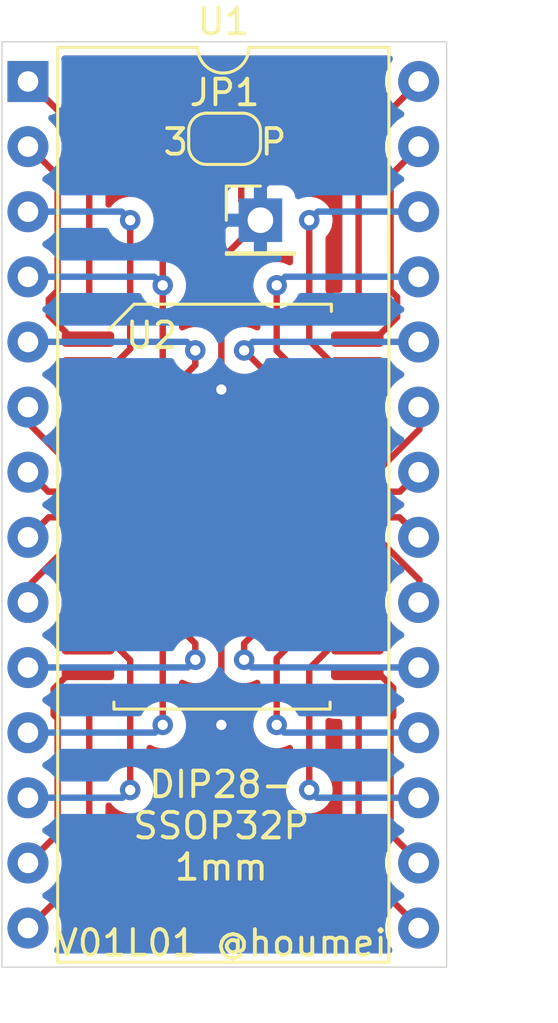
<source format=kicad_pcb>
(kicad_pcb (version 20171130) (host pcbnew "(5.1.8)-1")

  (general
    (thickness 1.6)
    (drawings 10)
    (tracks 146)
    (zones 0)
    (modules 4)
    (nets 30)
  )

  (page A4)
  (layers
    (0 F.Cu signal)
    (31 B.Cu signal)
    (32 B.Adhes user)
    (33 F.Adhes user)
    (34 B.Paste user)
    (35 F.Paste user)
    (36 B.SilkS user)
    (37 F.SilkS user)
    (38 B.Mask user)
    (39 F.Mask user)
    (40 Dwgs.User user)
    (41 Cmts.User user)
    (42 Eco1.User user)
    (43 Eco2.User user)
    (44 Edge.Cuts user)
    (45 Margin user)
    (46 B.CrtYd user)
    (47 F.CrtYd user)
    (48 B.Fab user)
    (49 F.Fab user)
  )

  (setup
    (last_trace_width 0.25)
    (trace_clearance 0.2)
    (zone_clearance 0.508)
    (zone_45_only no)
    (trace_min 0.2)
    (via_size 0.8)
    (via_drill 0.4)
    (via_min_size 0.4)
    (via_min_drill 0.3)
    (uvia_size 0.3)
    (uvia_drill 0.1)
    (uvias_allowed no)
    (uvia_min_size 0.2)
    (uvia_min_drill 0.1)
    (edge_width 0.05)
    (segment_width 0.2)
    (pcb_text_width 0.3)
    (pcb_text_size 1.5 1.5)
    (mod_edge_width 0.12)
    (mod_text_size 1 1)
    (mod_text_width 0.15)
    (pad_size 1.524 1.524)
    (pad_drill 0.762)
    (pad_to_mask_clearance 0)
    (aux_axis_origin 177.8762 126.9238)
    (grid_origin 177.8762 126.9238)
    (visible_elements 7FFFFFFF)
    (pcbplotparams
      (layerselection 0x010fc_ffffffff)
      (usegerberextensions true)
      (usegerberattributes false)
      (usegerberadvancedattributes false)
      (creategerberjobfile false)
      (excludeedgelayer true)
      (linewidth 0.100000)
      (plotframeref false)
      (viasonmask true)
      (mode 1)
      (useauxorigin true)
      (hpglpennumber 1)
      (hpglpenspeed 20)
      (hpglpendiameter 15.000000)
      (psnegative false)
      (psa4output false)
      (plotreference true)
      (plotvalue false)
      (plotinvisibletext false)
      (padsonsilk false)
      (subtractmaskfromsilk false)
      (outputformat 1)
      (mirror false)
      (drillshape 0)
      (scaleselection 1)
      (outputdirectory "DIP28SSOP32P1mmV01L01GB/"))
  )

  (net 0 "")
  (net 1 PLANE)
  (net 2 GND)
  (net 3 D1)
  (net 4 RxRDY)
  (net 5 D0)
  (net 6 ~RD)
  (net 7 Vcc)
  (net 8 CD)
  (net 9 RxC)
  (net 10 ~CS)
  (net 11 ~DTR)
  (net 12 ~WR)
  (net 13 ~RTS)
  (net 14 TxC)
  (net 15 ~DSR)
  (net 16 D7)
  (net 17 RESET)
  (net 18 D6)
  (net 19 CLK)
  (net 20 D5)
  (net 21 TxD)
  (net 22 D4)
  (net 23 TxEMPTY)
  (net 24 ~CTS)
  (net 25 RxD)
  (net 26 SYNDET)
  (net 27 D3)
  (net 28 TxRDY)
  (net 29 D2)

  (net_class Default "This is the default net class."
    (clearance 0.2)
    (trace_width 0.25)
    (via_dia 0.8)
    (via_drill 0.4)
    (uvia_dia 0.3)
    (uvia_drill 0.1)
    (add_net CD)
    (add_net CLK)
    (add_net D0)
    (add_net D1)
    (add_net D2)
    (add_net D3)
    (add_net D4)
    (add_net D5)
    (add_net D6)
    (add_net D7)
    (add_net GND)
    (add_net PLANE)
    (add_net RESET)
    (add_net RxC)
    (add_net RxD)
    (add_net RxRDY)
    (add_net SYNDET)
    (add_net TxC)
    (add_net TxD)
    (add_net TxEMPTY)
    (add_net TxRDY)
    (add_net Vcc)
    (add_net ~CS)
    (add_net ~CTS)
    (add_net ~DSR)
    (add_net ~DTR)
    (add_net ~RD)
    (add_net ~RTS)
    (add_net ~WR)
  )

  (module Footprints:SSOP-32_7.9x15.95mm_P1mm (layer F.Cu) (tedit 63D2861F) (tstamp 63E2992B)
    (at 186.5122 108.8898)
    (descr "SSOP, 32 Pin (http://www.issi.com/WW/pdf/61-64C5128AL.pdf), generated with kicad-footprint-generator ipc_gullwing_generator.py")
    (tags "SSOP SO")
    (path /63E260D1)
    (attr smd)
    (fp_text reference U2 (at -2.794 -6.604) (layer F.SilkS)
      (effects (font (size 1 1) (thickness 0.15)))
    )
    (fp_text value 8251A-SSOP (at 0 9.0932) (layer F.Fab)
      (effects (font (size 1 1) (thickness 0.15)))
    )
    (fp_text user %R (at 0 1.651) (layer F.Fab)
      (effects (font (size 1 1) (thickness 0.15)))
    )
    (fp_line (start -4.2672 7.9687) (end 4.1656 7.9687) (layer F.SilkS) (width 0.12))
    (fp_line (start 4.2164 -7.8232) (end -3.4798 -7.8232) (layer F.SilkS) (width 0.12))
    (fp_line (start 4.2778 -7.7075) (end -3.3825 -7.7075) (layer F.Fab) (width 0.1))
    (fp_line (start 4.2778 7.84) (end -4.3825 7.84) (layer F.Fab) (width 0.1))
    (fp_line (start -6.56 -7.96) (end 6.5972 -7.96) (layer F.CrtYd) (width 0.05))
    (fp_line (start -6.5786 8.0772) (end 6.5786 8.0772) (layer F.CrtYd) (width 0.05))
    (fp_line (start -4.3825 -6.7075) (end -3.3825 -7.7075) (layer F.Fab) (width 0.1))
    (fp_line (start 4.2164 -7.8163) (end 4.2164 -7.5438) (layer F.SilkS) (width 0.12))
    (fp_line (start -4.2672 7.9687) (end -4.2672 7.6962) (layer F.SilkS) (width 0.12))
    (fp_line (start 4.1656 7.9687) (end 4.1656 7.6962) (layer F.SilkS) (width 0.12))
    (fp_line (start 4.2778 -7.7075) (end 4.2778 7.84) (layer F.Fab) (width 0.1))
    (fp_line (start -4.3825 -6.7075) (end -4.3825 7.84) (layer F.Fab) (width 0.1))
    (fp_line (start -6.56 -7.96) (end -6.5786 8.0772) (layer F.CrtYd) (width 0.05))
    (fp_line (start 6.5972 -7.96) (end 6.5786 8.0772) (layer F.CrtYd) (width 0.05))
    (fp_line (start -3.4798 -7.8232) (end -4.4704 -6.8326) (layer F.SilkS) (width 0.12))
    (pad 32 smd roundrect (at 5.2278 -7.46) (size 2.05 0.6) (layers F.Cu F.Paste F.Mask) (roundrect_rratio 0.25)
      (net 3 D1))
    (pad 31 smd roundrect (at 5.2278 -6.46) (size 2.05 0.6) (layers F.Cu F.Paste F.Mask) (roundrect_rratio 0.25)
      (net 5 D0))
    (pad 30 smd roundrect (at 5.2278 -5.46) (size 2.05 0.6) (layers F.Cu F.Paste F.Mask) (roundrect_rratio 0.25)
      (net 7 Vcc))
    (pad 29 smd roundrect (at 5.2278 -4.46) (size 2.05 0.6) (layers F.Cu F.Paste F.Mask) (roundrect_rratio 0.25))
    (pad 28 smd roundrect (at 5.2278 -3.46) (size 2.05 0.6) (layers F.Cu F.Paste F.Mask) (roundrect_rratio 0.25)
      (net 9 RxC))
    (pad 27 smd roundrect (at 5.2278 -2.46) (size 2.05 0.6) (layers F.Cu F.Paste F.Mask) (roundrect_rratio 0.25)
      (net 11 ~DTR))
    (pad 26 smd roundrect (at 5.2278 -1.46) (size 2.05 0.6) (layers F.Cu F.Paste F.Mask) (roundrect_rratio 0.25)
      (net 13 ~RTS))
    (pad 25 smd roundrect (at 5.2278 -0.46) (size 2.05 0.6) (layers F.Cu F.Paste F.Mask) (roundrect_rratio 0.25)
      (net 15 ~DSR))
    (pad 24 smd roundrect (at 5.2278 0.54) (size 2.05 0.6) (layers F.Cu F.Paste F.Mask) (roundrect_rratio 0.25)
      (net 17 RESET))
    (pad 23 smd roundrect (at 5.2278 1.54) (size 2.05 0.6) (layers F.Cu F.Paste F.Mask) (roundrect_rratio 0.25)
      (net 19 CLK))
    (pad 22 smd roundrect (at 5.2278 2.54) (size 2.05 0.6) (layers F.Cu F.Paste F.Mask) (roundrect_rratio 0.25)
      (net 21 TxD))
    (pad 21 smd roundrect (at 5.2278 3.54) (size 2.05 0.6) (layers F.Cu F.Paste F.Mask) (roundrect_rratio 0.25)
      (net 23 TxEMPTY))
    (pad 20 smd roundrect (at 5.2278 4.54) (size 2.05 0.6) (layers F.Cu F.Paste F.Mask) (roundrect_rratio 0.25))
    (pad 19 smd roundrect (at 5.2278 5.54) (size 2.05 0.6) (layers F.Cu F.Paste F.Mask) (roundrect_rratio 0.25)
      (net 24 ~CTS))
    (pad 18 smd roundrect (at 5.2278 6.54) (size 2.05 0.6) (layers F.Cu F.Paste F.Mask) (roundrect_rratio 0.25)
      (net 26 SYNDET))
    (pad 17 smd roundrect (at 5.2278 7.54) (size 2.05 0.6) (layers F.Cu F.Paste F.Mask) (roundrect_rratio 0.25)
      (net 28 TxRDY))
    (pad 16 smd roundrect (at -5.28 7.54) (size 2.05 0.6) (layers F.Cu F.Paste F.Mask) (roundrect_rratio 0.25)
      (net 4 RxRDY))
    (pad 15 smd roundrect (at -5.28 6.54) (size 2.05 0.6) (layers F.Cu F.Paste F.Mask) (roundrect_rratio 0.25)
      (net 6 ~RD))
    (pad 14 smd roundrect (at -5.28 5.54) (size 2.05 0.6) (layers F.Cu F.Paste F.Mask) (roundrect_rratio 0.25)
      (net 8 CD))
    (pad 13 smd roundrect (at -5.28 4.54) (size 2.05 0.6) (layers F.Cu F.Paste F.Mask) (roundrect_rratio 0.25))
    (pad 12 smd roundrect (at -5.28 3.54) (size 2.05 0.6) (layers F.Cu F.Paste F.Mask) (roundrect_rratio 0.25)
      (net 10 ~CS))
    (pad 11 smd roundrect (at -5.28 2.54) (size 2.05 0.6) (layers F.Cu F.Paste F.Mask) (roundrect_rratio 0.25)
      (net 12 ~WR))
    (pad 10 smd roundrect (at -5.28 1.54) (size 2.05 0.6) (layers F.Cu F.Paste F.Mask) (roundrect_rratio 0.25)
      (net 14 TxC))
    (pad 9 smd roundrect (at -5.28 0.54) (size 2.05 0.6) (layers F.Cu F.Paste F.Mask) (roundrect_rratio 0.25)
      (net 16 D7))
    (pad 8 smd roundrect (at -5.28 -0.46) (size 2.05 0.6) (layers F.Cu F.Paste F.Mask) (roundrect_rratio 0.25)
      (net 18 D6))
    (pad 7 smd roundrect (at -5.28 -1.46) (size 2.05 0.6) (layers F.Cu F.Paste F.Mask) (roundrect_rratio 0.25)
      (net 20 D5))
    (pad 6 smd roundrect (at -5.28 -2.46) (size 2.05 0.6) (layers F.Cu F.Paste F.Mask) (roundrect_rratio 0.25)
      (net 22 D4))
    (pad 5 smd roundrect (at -5.28 -3.46) (size 2.05 0.6) (layers F.Cu F.Paste F.Mask) (roundrect_rratio 0.25)
      (net 2 GND))
    (pad 4 smd roundrect (at -5.28 -4.46) (size 2.05 0.6) (layers F.Cu F.Paste F.Mask) (roundrect_rratio 0.25))
    (pad 3 smd roundrect (at -5.28 -5.46) (size 2.05 0.6) (layers F.Cu F.Paste F.Mask) (roundrect_rratio 0.25)
      (net 25 RxD))
    (pad 2 smd roundrect (at -5.28 -6.46) (size 2.05 0.6) (layers F.Cu F.Paste F.Mask) (roundrect_rratio 0.25)
      (net 27 D3))
    (pad 1 smd roundrect (at -5.28 -7.46) (size 2.05 0.6) (layers F.Cu F.Paste F.Mask) (roundrect_rratio 0.25)
      (net 29 D2))
    (model ${KISYS3DMOD}/Package_SO.3dshapes/SSOP-32_11.305x20.495mm_P1.27mm.wrl
      (at (xyz 0 0 0))
      (scale (xyz 1 1 1))
      (rotate (xyz 0 0 0))
    )
  )

  (module Package_DIP:DIP-28_W15.24mm (layer F.Cu) (tedit 5A02E8C5) (tstamp 63E298F7)
    (at 178.8922 92.3798)
    (descr "28-lead though-hole mounted DIP package, row spacing 15.24 mm (600 mils)")
    (tags "THT DIP DIL PDIP 2.54mm 15.24mm 600mil")
    (path /63E24412)
    (fp_text reference U1 (at 7.62 -2.33) (layer F.SilkS)
      (effects (font (size 1 1) (thickness 0.15)))
    )
    (fp_text value 8251A (at 7.62 35.35) (layer F.Fab)
      (effects (font (size 1 1) (thickness 0.15)))
    )
    (fp_text user %R (at 7.62 16.51) (layer F.Fab)
      (effects (font (size 1 1) (thickness 0.15)))
    )
    (fp_arc (start 7.62 -1.33) (end 6.62 -1.33) (angle -180) (layer F.SilkS) (width 0.12))
    (fp_line (start 1.255 -1.27) (end 14.985 -1.27) (layer F.Fab) (width 0.1))
    (fp_line (start 14.985 -1.27) (end 14.985 34.29) (layer F.Fab) (width 0.1))
    (fp_line (start 14.985 34.29) (end 0.255 34.29) (layer F.Fab) (width 0.1))
    (fp_line (start 0.255 34.29) (end 0.255 -0.27) (layer F.Fab) (width 0.1))
    (fp_line (start 0.255 -0.27) (end 1.255 -1.27) (layer F.Fab) (width 0.1))
    (fp_line (start 6.62 -1.33) (end 1.16 -1.33) (layer F.SilkS) (width 0.12))
    (fp_line (start 1.16 -1.33) (end 1.16 34.35) (layer F.SilkS) (width 0.12))
    (fp_line (start 1.16 34.35) (end 14.08 34.35) (layer F.SilkS) (width 0.12))
    (fp_line (start 14.08 34.35) (end 14.08 -1.33) (layer F.SilkS) (width 0.12))
    (fp_line (start 14.08 -1.33) (end 8.62 -1.33) (layer F.SilkS) (width 0.12))
    (fp_line (start -1.05 -1.55) (end -1.05 34.55) (layer F.CrtYd) (width 0.05))
    (fp_line (start -1.05 34.55) (end 16.3 34.55) (layer F.CrtYd) (width 0.05))
    (fp_line (start 16.3 34.55) (end 16.3 -1.55) (layer F.CrtYd) (width 0.05))
    (fp_line (start 16.3 -1.55) (end -1.05 -1.55) (layer F.CrtYd) (width 0.05))
    (pad 28 thru_hole oval (at 15.24 0) (size 1.6 1.6) (drill 0.8) (layers *.Cu *.Mask)
      (net 3 D1))
    (pad 14 thru_hole oval (at 0 33.02) (size 1.6 1.6) (drill 0.8) (layers *.Cu *.Mask)
      (net 4 RxRDY))
    (pad 27 thru_hole oval (at 15.24 2.54) (size 1.6 1.6) (drill 0.8) (layers *.Cu *.Mask)
      (net 5 D0))
    (pad 13 thru_hole oval (at 0 30.48) (size 1.6 1.6) (drill 0.8) (layers *.Cu *.Mask)
      (net 6 ~RD))
    (pad 26 thru_hole oval (at 15.24 5.08) (size 1.6 1.6) (drill 0.8) (layers *.Cu *.Mask)
      (net 7 Vcc))
    (pad 12 thru_hole oval (at 0 27.94) (size 1.6 1.6) (drill 0.8) (layers *.Cu *.Mask)
      (net 8 CD))
    (pad 25 thru_hole oval (at 15.24 7.62) (size 1.6 1.6) (drill 0.8) (layers *.Cu *.Mask)
      (net 9 RxC))
    (pad 11 thru_hole oval (at 0 25.4) (size 1.6 1.6) (drill 0.8) (layers *.Cu *.Mask)
      (net 10 ~CS))
    (pad 24 thru_hole oval (at 15.24 10.16) (size 1.6 1.6) (drill 0.8) (layers *.Cu *.Mask)
      (net 11 ~DTR))
    (pad 10 thru_hole oval (at 0 22.86) (size 1.6 1.6) (drill 0.8) (layers *.Cu *.Mask)
      (net 12 ~WR))
    (pad 23 thru_hole oval (at 15.24 12.7) (size 1.6 1.6) (drill 0.8) (layers *.Cu *.Mask)
      (net 13 ~RTS))
    (pad 9 thru_hole oval (at 0 20.32) (size 1.6 1.6) (drill 0.8) (layers *.Cu *.Mask)
      (net 14 TxC))
    (pad 22 thru_hole oval (at 15.24 15.24) (size 1.6 1.6) (drill 0.8) (layers *.Cu *.Mask)
      (net 15 ~DSR))
    (pad 8 thru_hole oval (at 0 17.78) (size 1.6 1.6) (drill 0.8) (layers *.Cu *.Mask)
      (net 16 D7))
    (pad 21 thru_hole oval (at 15.24 17.78) (size 1.6 1.6) (drill 0.8) (layers *.Cu *.Mask)
      (net 17 RESET))
    (pad 7 thru_hole oval (at 0 15.24) (size 1.6 1.6) (drill 0.8) (layers *.Cu *.Mask)
      (net 18 D6))
    (pad 20 thru_hole oval (at 15.24 20.32) (size 1.6 1.6) (drill 0.8) (layers *.Cu *.Mask)
      (net 19 CLK))
    (pad 6 thru_hole oval (at 0 12.7) (size 1.6 1.6) (drill 0.8) (layers *.Cu *.Mask)
      (net 20 D5))
    (pad 19 thru_hole oval (at 15.24 22.86) (size 1.6 1.6) (drill 0.8) (layers *.Cu *.Mask)
      (net 21 TxD))
    (pad 5 thru_hole oval (at 0 10.16) (size 1.6 1.6) (drill 0.8) (layers *.Cu *.Mask)
      (net 22 D4))
    (pad 18 thru_hole oval (at 15.24 25.4) (size 1.6 1.6) (drill 0.8) (layers *.Cu *.Mask)
      (net 23 TxEMPTY))
    (pad 4 thru_hole oval (at 0 7.62) (size 1.6 1.6) (drill 0.8) (layers *.Cu *.Mask)
      (net 2 GND))
    (pad 17 thru_hole oval (at 15.24 27.94) (size 1.6 1.6) (drill 0.8) (layers *.Cu *.Mask)
      (net 24 ~CTS))
    (pad 3 thru_hole oval (at 0 5.08) (size 1.6 1.6) (drill 0.8) (layers *.Cu *.Mask)
      (net 25 RxD))
    (pad 16 thru_hole oval (at 15.24 30.48) (size 1.6 1.6) (drill 0.8) (layers *.Cu *.Mask)
      (net 26 SYNDET))
    (pad 2 thru_hole oval (at 0 2.54) (size 1.6 1.6) (drill 0.8) (layers *.Cu *.Mask)
      (net 27 D3))
    (pad 15 thru_hole oval (at 15.24 33.02) (size 1.6 1.6) (drill 0.8) (layers *.Cu *.Mask)
      (net 28 TxRDY))
    (pad 1 thru_hole rect (at 0 0) (size 1.6 1.6) (drill 0.8) (layers *.Cu *.Mask)
      (net 29 D2))
    (model ${KISYS3DMOD}/Package_DIP.3dshapes/DIP-28_W15.24mm.wrl
      (at (xyz 0 0 0))
      (scale (xyz 1 1 1))
      (rotate (xyz 0 0 0))
    )
  )

  (module Connector_PinHeader_2.54mm:PinHeader_1x01_P2.54mm_Vertical (layer F.Cu) (tedit 59FED5CC) (tstamp 63D2ADCB)
    (at 187.96 97.79)
    (descr "Through hole straight pin header, 1x01, 2.54mm pitch, single row")
    (tags "Through hole pin header THT 1x01 2.54mm single row")
    (path /63D38672)
    (fp_text reference J2 (at 0 -2.33) (layer F.SilkS) hide
      (effects (font (size 1 1) (thickness 0.15)))
    )
    (fp_text value Conn_01x01_Male (at 0 2.33) (layer F.Fab)
      (effects (font (size 1 1) (thickness 0.15)))
    )
    (fp_line (start -0.635 -1.27) (end 1.27 -1.27) (layer F.Fab) (width 0.1))
    (fp_line (start 1.27 -1.27) (end 1.27 1.27) (layer F.Fab) (width 0.1))
    (fp_line (start 1.27 1.27) (end -1.27 1.27) (layer F.Fab) (width 0.1))
    (fp_line (start -1.27 1.27) (end -1.27 -0.635) (layer F.Fab) (width 0.1))
    (fp_line (start -1.27 -0.635) (end -0.635 -1.27) (layer F.Fab) (width 0.1))
    (fp_line (start -1.33 1.33) (end 1.33 1.33) (layer F.SilkS) (width 0.12))
    (fp_line (start -1.33 1.27) (end -1.33 1.33) (layer F.SilkS) (width 0.12))
    (fp_line (start 1.33 1.27) (end 1.33 1.33) (layer F.SilkS) (width 0.12))
    (fp_line (start -1.33 1.27) (end 1.33 1.27) (layer F.SilkS) (width 0.12))
    (fp_line (start -1.33 0) (end -1.33 -1.33) (layer F.SilkS) (width 0.12))
    (fp_line (start -1.33 -1.33) (end 0 -1.33) (layer F.SilkS) (width 0.12))
    (fp_line (start -1.8 -1.8) (end -1.8 1.8) (layer F.CrtYd) (width 0.05))
    (fp_line (start -1.8 1.8) (end 1.8 1.8) (layer F.CrtYd) (width 0.05))
    (fp_line (start 1.8 1.8) (end 1.8 -1.8) (layer F.CrtYd) (width 0.05))
    (fp_line (start 1.8 -1.8) (end -1.8 -1.8) (layer F.CrtYd) (width 0.05))
    (fp_text user %R (at 0 0 90) (layer F.Fab)
      (effects (font (size 1 1) (thickness 0.15)))
    )
    (pad 1 thru_hole rect (at 0 0) (size 1.7 1.7) (drill 1) (layers *.Cu *.Mask)
      (net 1 PLANE))
    (model ${KISYS3DMOD}/Connector_PinHeader_2.54mm.3dshapes/PinHeader_1x01_P2.54mm_Vertical.wrl
      (at (xyz 0 0 0))
      (scale (xyz 1 1 1))
      (rotate (xyz 0 0 0))
    )
  )

  (module Jumper:SolderJumper-2_P1.3mm_Open_RoundedPad1.0x1.5mm (layer F.Cu) (tedit 5B391E66) (tstamp 63D2979A)
    (at 186.563 94.615)
    (descr "SMD Solder Jumper, 1x1.5mm, rounded Pads, 0.3mm gap, open")
    (tags "solder jumper open")
    (path /63D2BF8F)
    (attr virtual)
    (fp_text reference JP1 (at 0 -1.8) (layer F.SilkS)
      (effects (font (size 1 1) (thickness 0.15)))
    )
    (fp_text value SolderJumper_2_Open (at 0 1.9) (layer F.Fab)
      (effects (font (size 1 1) (thickness 0.15)))
    )
    (fp_line (start -1.4 0.3) (end -1.4 -0.3) (layer F.SilkS) (width 0.12))
    (fp_line (start 0.7 1) (end -0.7 1) (layer F.SilkS) (width 0.12))
    (fp_line (start 1.4 -0.3) (end 1.4 0.3) (layer F.SilkS) (width 0.12))
    (fp_line (start -0.7 -1) (end 0.7 -1) (layer F.SilkS) (width 0.12))
    (fp_line (start -1.65 -1.25) (end 1.65 -1.25) (layer F.CrtYd) (width 0.05))
    (fp_line (start -1.65 -1.25) (end -1.65 1.25) (layer F.CrtYd) (width 0.05))
    (fp_line (start 1.65 1.25) (end 1.65 -1.25) (layer F.CrtYd) (width 0.05))
    (fp_line (start 1.65 1.25) (end -1.65 1.25) (layer F.CrtYd) (width 0.05))
    (fp_arc (start -0.7 -0.3) (end -0.7 -1) (angle -90) (layer F.SilkS) (width 0.12))
    (fp_arc (start -0.7 0.3) (end -1.4 0.3) (angle -90) (layer F.SilkS) (width 0.12))
    (fp_arc (start 0.7 0.3) (end 0.7 1) (angle -90) (layer F.SilkS) (width 0.12))
    (fp_arc (start 0.7 -0.3) (end 1.4 -0.3) (angle -90) (layer F.SilkS) (width 0.12))
    (pad 2 smd custom (at 0.65 0) (size 1 0.5) (layers F.Cu F.Mask)
      (net 1 PLANE) (zone_connect 2)
      (options (clearance outline) (anchor rect))
      (primitives
        (gr_circle (center 0 0.25) (end 0.5 0.25) (width 0))
        (gr_circle (center 0 -0.25) (end 0.5 -0.25) (width 0))
        (gr_poly (pts
           (xy 0 -0.75) (xy -0.5 -0.75) (xy -0.5 0.75) (xy 0 0.75)) (width 0))
      ))
    (pad 1 smd custom (at -0.65 0) (size 1 0.5) (layers F.Cu F.Mask)
      (net 2 GND) (zone_connect 2)
      (options (clearance outline) (anchor rect))
      (primitives
        (gr_circle (center 0 0.25) (end 0.5 0.25) (width 0))
        (gr_circle (center 0 -0.25) (end 0.5 -0.25) (width 0))
        (gr_poly (pts
           (xy 0 -0.75) (xy 0.5 -0.75) (xy 0.5 0.75) (xy 0 0.75)) (width 0))
      ))
  )

  (dimension 36.068 (width 0.15) (layer Dwgs.User)
    (gr_text "36.068 mm" (at 198.2262 108.8898 90) (layer Dwgs.User)
      (effects (font (size 1 1) (thickness 0.15)))
    )
    (feature1 (pts (xy 196.1642 90.8558) (xy 197.512621 90.8558)))
    (feature2 (pts (xy 196.1642 126.9238) (xy 197.512621 126.9238)))
    (crossbar (pts (xy 196.9262 126.9238) (xy 196.9262 90.8558)))
    (arrow1a (pts (xy 196.9262 90.8558) (xy 197.512621 91.982304)))
    (arrow1b (pts (xy 196.9262 90.8558) (xy 196.339779 91.982304)))
    (arrow2a (pts (xy 196.9262 126.9238) (xy 197.512621 125.797296)))
    (arrow2b (pts (xy 196.9262 126.9238) (xy 196.339779 125.797296)))
  )
  (dimension 17.272 (width 0.15) (layer Dwgs.User)
    (gr_text "17.272 mm" (at 186.5122 129.7478) (layer Dwgs.User)
      (effects (font (size 1 1) (thickness 0.15)))
    )
    (feature1 (pts (xy 195.1482 127.4318) (xy 195.1482 129.034221)))
    (feature2 (pts (xy 177.8762 127.4318) (xy 177.8762 129.034221)))
    (crossbar (pts (xy 177.8762 128.4478) (xy 195.1482 128.4478)))
    (arrow1a (pts (xy 195.1482 128.4478) (xy 194.021696 129.034221)))
    (arrow1b (pts (xy 195.1482 128.4478) (xy 194.021696 127.861379)))
    (arrow2a (pts (xy 177.8762 128.4478) (xy 179.002704 129.034221)))
    (arrow2b (pts (xy 177.8762 128.4478) (xy 179.002704 127.861379)))
  )
  (gr_line (start 177.8762 90.8304) (end 177.8762 126.9238) (layer Edge.Cuts) (width 0.05) (tstamp 63D2B19D))
  (gr_line (start 195.2244 90.8304) (end 177.8762 90.8304) (layer Edge.Cuts) (width 0.05))
  (gr_line (start 195.2244 126.9238) (end 195.2244 90.8304) (layer Edge.Cuts) (width 0.05))
  (gr_line (start 177.8762 126.9238) (end 195.2244 126.9238) (layer Edge.Cuts) (width 0.05))
  (gr_text 3 (at 184.658 94.742) (layer F.SilkS) (tstamp 63D2B14F)
    (effects (font (size 1 1) (thickness 0.15)))
  )
  (gr_text P (at 188.468 94.742) (layer F.SilkS)
    (effects (font (size 1 1) (thickness 0.15)))
  )
  (gr_text "V01L01 @houmei" (at 186.436 125.984) (layer F.SilkS)
    (effects (font (size 1 1) (thickness 0.15)))
  )
  (gr_text "DIP28-\nSSOP32P\n1mm" (at 186.436 121.412) (layer F.SilkS)
    (effects (font (size 1 1) (thickness 0.15)))
  )

  (segment (start 187.213 97.043) (end 187.96 97.79) (width 0.25) (layer F.Cu) (net 1))
  (segment (start 187.213 94.615) (end 187.213 97.043) (width 0.25) (layer F.Cu) (net 1))
  (segment (start 187.96 97.79) (end 186.436 99.314) (width 0.25) (layer F.Cu) (net 1))
  (segment (start 186.436 99.314) (end 186.436 104.394) (width 0.25) (layer F.Cu) (net 1))
  (segment (start 186.436 104.394) (end 186.436 104.394) (width 0.25) (layer F.Cu) (net 1) (tstamp 63D2B0EC))
  (via (at 186.436 104.394) (size 0.8) (drill 0.4) (layers F.Cu B.Cu) (net 1))
  (segment (start 186.436 104.394) (end 186.436 117.475) (width 0.25) (layer F.Cu) (net 1))
  (segment (start 186.436 117.475) (end 186.436 117.475) (width 0.25) (layer F.Cu) (net 1) (tstamp 63D2B112))
  (via (at 186.436 117.475) (size 0.8) (drill 0.4) (layers F.Cu B.Cu) (net 1))
  (segment (start 178.923 99.995) (end 183.815 99.995) (width 0.25) (layer B.Cu) (net 2))
  (segment (start 183.815 99.995) (end 184.15 100.33) (width 0.25) (layer B.Cu) (net 2))
  (segment (start 184.15 100.33) (end 184.15 100.33) (width 0.25) (layer B.Cu) (net 2) (tstamp 63D2AA8C))
  (via (at 184.15 100.33) (size 0.8) (drill 0.4) (layers F.Cu B.Cu) (net 2))
  (segment (start 182.308 105.379) (end 181.283 105.379) (width 0.25) (layer F.Cu) (net 2))
  (segment (start 184.15 103.537) (end 182.308 105.379) (width 0.25) (layer F.Cu) (net 2))
  (segment (start 184.15 100.33) (end 184.15 103.537) (width 0.25) (layer F.Cu) (net 2))
  (segment (start 184.15 96.378) (end 185.913 94.615) (width 0.25) (layer F.Cu) (net 2))
  (segment (start 184.15 100.33) (end 184.15 96.378) (width 0.25) (layer F.Cu) (net 2))
  (segment (start 191.7908 94.7472) (end 191.7908 101.379) (width 0.25) (layer F.Cu) (net 3))
  (segment (start 194.163 92.375) (end 191.7908 94.7472) (width 0.25) (layer F.Cu) (net 3))
  (segment (start 181.283 123.035) (end 178.923 125.395) (width 0.25) (layer F.Cu) (net 4))
  (segment (start 181.283 116.379) (end 181.283 123.035) (width 0.25) (layer F.Cu) (net 4))
  (segment (start 193.037999 96.040001) (end 194.163 94.915) (width 0.25) (layer F.Cu) (net 5))
  (segment (start 193.294 100.791002) (end 193.037999 100.535001) (width 0.25) (layer F.Cu) (net 5))
  (segment (start 193.294 101.572568) (end 193.294 100.791002) (width 0.25) (layer F.Cu) (net 5))
  (segment (start 192.487568 102.379) (end 193.294 101.572568) (width 0.25) (layer F.Cu) (net 5))
  (segment (start 193.037999 100.535001) (end 193.037999 96.040001) (width 0.25) (layer F.Cu) (net 5))
  (segment (start 191.7908 102.379) (end 192.487568 102.379) (width 0.25) (layer F.Cu) (net 5))
  (segment (start 180.048001 121.729999) (end 178.923 122.855) (width 0.25) (layer F.Cu) (net 6))
  (segment (start 180.048001 117.234999) (end 180.048001 121.729999) (width 0.25) (layer F.Cu) (net 6))
  (segment (start 179.8955 117.082498) (end 180.048001 117.234999) (width 0.25) (layer F.Cu) (net 6))
  (segment (start 179.8955 116.069732) (end 179.8955 117.082498) (width 0.25) (layer F.Cu) (net 6))
  (segment (start 180.586232 115.379) (end 179.8955 116.069732) (width 0.25) (layer F.Cu) (net 6))
  (segment (start 181.283 115.379) (end 180.586232 115.379) (width 0.25) (layer F.Cu) (net 6))
  (segment (start 194.163 97.455) (end 190.2 97.455) (width 0.25) (layer B.Cu) (net 7))
  (segment (start 190.2 97.455) (end 189.865 97.79) (width 0.25) (layer B.Cu) (net 7))
  (segment (start 189.865 97.79) (end 189.865 97.79) (width 0.25) (layer B.Cu) (net 7) (tstamp 63D2AA28))
  (via (at 189.865 97.79) (size 0.8) (drill 0.4) (layers F.Cu B.Cu) (net 7))
  (segment (start 190.7658 103.379) (end 191.7908 103.379) (width 0.25) (layer F.Cu) (net 7))
  (segment (start 189.865 102.4782) (end 190.7658 103.379) (width 0.25) (layer F.Cu) (net 7))
  (segment (start 189.865 97.79) (end 189.865 102.4782) (width 0.25) (layer F.Cu) (net 7))
  (segment (start 178.923 120.315) (end 182.58 120.315) (width 0.25) (layer B.Cu) (net 8))
  (segment (start 182.58 120.315) (end 182.88 120.015) (width 0.25) (layer B.Cu) (net 8))
  (segment (start 182.88 120.015) (end 182.88 120.015) (width 0.25) (layer B.Cu) (net 8) (tstamp 63D2A85A))
  (via (at 182.88 120.015) (size 0.8) (drill 0.4) (layers F.Cu B.Cu) (net 8))
  (segment (start 182.308 114.379) (end 181.283 114.379) (width 0.25) (layer F.Cu) (net 8))
  (segment (start 182.88 114.951) (end 182.308 114.379) (width 0.25) (layer F.Cu) (net 8))
  (segment (start 182.88 120.015) (end 182.88 114.951) (width 0.25) (layer F.Cu) (net 8))
  (segment (start 194.163 99.995) (end 188.93 99.995) (width 0.25) (layer B.Cu) (net 9))
  (segment (start 188.93 99.995) (end 188.595 100.33) (width 0.25) (layer B.Cu) (net 9))
  (segment (start 188.595 100.33) (end 188.595 100.33) (width 0.25) (layer B.Cu) (net 9) (tstamp 63D2AA8A))
  (via (at 188.595 100.33) (size 0.8) (drill 0.4) (layers F.Cu B.Cu) (net 9))
  (segment (start 191.094032 105.379) (end 191.7908 105.379) (width 0.25) (layer F.Cu) (net 9))
  (segment (start 188.595 102.879968) (end 191.094032 105.379) (width 0.25) (layer F.Cu) (net 9))
  (segment (start 188.595 100.33) (end 188.595 102.879968) (width 0.25) (layer F.Cu) (net 9))
  (segment (start 178.923 117.775) (end 183.85 117.775) (width 0.25) (layer B.Cu) (net 10))
  (segment (start 184.15 117.475) (end 184.15 117.475) (width 0.25) (layer B.Cu) (net 10))
  (segment (start 184.15 117.475) (end 183.85 117.775) (width 0.25) (layer B.Cu) (net 10) (tstamp 63D2A8FE))
  (via (at 184.15 117.475) (size 0.8) (drill 0.4) (layers F.Cu B.Cu) (net 10))
  (segment (start 182.308 112.379) (end 181.283 112.379) (width 0.25) (layer F.Cu) (net 10))
  (segment (start 184.15 114.221) (end 182.308 112.379) (width 0.25) (layer F.Cu) (net 10))
  (segment (start 184.15 117.475) (end 184.15 114.221) (width 0.25) (layer F.Cu) (net 10))
  (segment (start 194.163 102.535) (end 187.66 102.535) (width 0.25) (layer B.Cu) (net 11))
  (segment (start 187.66 102.535) (end 187.325 102.87) (width 0.25) (layer B.Cu) (net 11))
  (segment (start 187.325 102.87) (end 187.325 102.87) (width 0.25) (layer B.Cu) (net 11) (tstamp 63D2AA90))
  (via (at 187.325 102.87) (size 0.8) (drill 0.4) (layers F.Cu B.Cu) (net 11))
  (segment (start 190.834 106.379) (end 191.7908 106.379) (width 0.25) (layer F.Cu) (net 11))
  (segment (start 187.325 102.87) (end 190.834 106.379) (width 0.25) (layer F.Cu) (net 11))
  (segment (start 178.923 115.235) (end 185.12 115.235) (width 0.25) (layer B.Cu) (net 12))
  (segment (start 185.12 115.235) (end 185.42 114.935) (width 0.25) (layer B.Cu) (net 12))
  (segment (start 185.42 114.935) (end 185.42 114.935) (width 0.25) (layer B.Cu) (net 12) (tstamp 63D2A982))
  (via (at 185.42 114.935) (size 0.8) (drill 0.4) (layers F.Cu B.Cu) (net 12))
  (segment (start 185.42 114.935) (end 185.42 114.3) (width 0.25) (layer F.Cu) (net 12))
  (segment (start 182.499 111.379) (end 181.283 111.379) (width 0.25) (layer F.Cu) (net 12))
  (segment (start 185.42 114.3) (end 182.499 111.379) (width 0.25) (layer F.Cu) (net 12))
  (segment (start 194.163 105.949998) (end 194.163 105.075) (width 0.25) (layer F.Cu) (net 13))
  (segment (start 192.733998 107.379) (end 194.163 105.949998) (width 0.25) (layer F.Cu) (net 13))
  (segment (start 191.7908 107.379) (end 192.733998 107.379) (width 0.25) (layer F.Cu) (net 13))
  (segment (start 178.923 112.042232) (end 178.923 112.695) (width 0.25) (layer F.Cu) (net 14))
  (segment (start 180.586232 110.379) (end 178.923 112.042232) (width 0.25) (layer F.Cu) (net 14))
  (segment (start 181.283 110.379) (end 180.586232 110.379) (width 0.25) (layer F.Cu) (net 14))
  (segment (start 193.399 108.379) (end 194.163 107.615) (width 0.25) (layer F.Cu) (net 15))
  (segment (start 191.7908 108.379) (end 193.399 108.379) (width 0.25) (layer F.Cu) (net 15))
  (segment (start 179.699 109.379) (end 178.923 110.155) (width 0.25) (layer F.Cu) (net 16))
  (segment (start 181.283 109.379) (end 179.699 109.379) (width 0.25) (layer F.Cu) (net 16))
  (segment (start 193.387 109.379) (end 194.163 110.155) (width 0.25) (layer F.Cu) (net 17))
  (segment (start 191.7908 109.379) (end 193.387 109.379) (width 0.25) (layer F.Cu) (net 17))
  (segment (start 179.687 108.379) (end 178.923 107.615) (width 0.25) (layer F.Cu) (net 18))
  (segment (start 181.283 108.379) (end 179.687 108.379) (width 0.25) (layer F.Cu) (net 18))
  (segment (start 194.163 111.820002) (end 194.163 112.695) (width 0.25) (layer F.Cu) (net 19))
  (segment (start 192.721998 110.379) (end 194.163 111.820002) (width 0.25) (layer F.Cu) (net 19))
  (segment (start 191.7908 110.379) (end 192.721998 110.379) (width 0.25) (layer F.Cu) (net 19))
  (segment (start 178.923 105.715768) (end 178.923 105.075) (width 0.25) (layer F.Cu) (net 20))
  (segment (start 180.586232 107.379) (end 178.923 105.715768) (width 0.25) (layer F.Cu) (net 20))
  (segment (start 181.283 107.379) (end 180.586232 107.379) (width 0.25) (layer F.Cu) (net 20))
  (segment (start 194.163 115.235) (end 187.625 115.235) (width 0.25) (layer B.Cu) (net 21))
  (segment (start 187.625 115.235) (end 187.325 114.935) (width 0.25) (layer B.Cu) (net 21))
  (segment (start 187.325 114.935) (end 187.325 114.935) (width 0.25) (layer B.Cu) (net 21) (tstamp 63D2A9C4))
  (via (at 187.325 114.935) (size 0.8) (drill 0.4) (layers F.Cu B.Cu) (net 21))
  (segment (start 187.325 114.935) (end 187.325 114.3) (width 0.25) (layer F.Cu) (net 21))
  (segment (start 190.246 111.379) (end 191.7908 111.379) (width 0.25) (layer F.Cu) (net 21))
  (segment (start 187.325 114.3) (end 190.246 111.379) (width 0.25) (layer F.Cu) (net 21))
  (segment (start 178.923 102.535) (end 185.085 102.535) (width 0.25) (layer B.Cu) (net 22))
  (segment (start 185.085 102.535) (end 185.42 102.87) (width 0.25) (layer B.Cu) (net 22))
  (segment (start 185.42 102.87) (end 185.42 102.87) (width 0.25) (layer B.Cu) (net 22) (tstamp 63D2AA8E))
  (via (at 185.42 102.87) (size 0.8) (drill 0.4) (layers F.Cu B.Cu) (net 22))
  (segment (start 182.476685 106.379) (end 181.283 106.379) (width 0.25) (layer F.Cu) (net 22))
  (segment (start 185.42 103.435685) (end 182.476685 106.379) (width 0.25) (layer F.Cu) (net 22))
  (segment (start 185.42 102.87) (end 185.42 103.435685) (width 0.25) (layer F.Cu) (net 22))
  (segment (start 194.163 117.775) (end 188.895 117.775) (width 0.25) (layer B.Cu) (net 23))
  (segment (start 188.895 117.775) (end 188.595 117.475) (width 0.25) (layer B.Cu) (net 23))
  (segment (start 188.595 117.475) (end 188.595 117.475) (width 0.25) (layer B.Cu) (net 23) (tstamp 63D2A940))
  (via (at 188.595 117.475) (size 0.8) (drill 0.4) (layers F.Cu B.Cu) (net 23))
  (segment (start 191.094032 112.379) (end 191.7908 112.379) (width 0.25) (layer F.Cu) (net 23))
  (segment (start 188.595 114.878032) (end 191.094032 112.379) (width 0.25) (layer F.Cu) (net 23))
  (segment (start 188.595 117.475) (end 188.595 114.878032) (width 0.25) (layer F.Cu) (net 23))
  (segment (start 194.163 120.315) (end 190.165 120.315) (width 0.25) (layer B.Cu) (net 24))
  (segment (start 190.165 120.315) (end 189.865 120.015) (width 0.25) (layer B.Cu) (net 24))
  (segment (start 189.865 120.015) (end 189.865 120.015) (width 0.25) (layer B.Cu) (net 24) (tstamp 63D2A89C))
  (via (at 189.865 120.015) (size 0.8) (drill 0.4) (layers F.Cu B.Cu) (net 24))
  (segment (start 190.7658 114.379) (end 191.7908 114.379) (width 0.25) (layer F.Cu) (net 24))
  (segment (start 189.865 115.2798) (end 190.7658 114.379) (width 0.25) (layer F.Cu) (net 24))
  (segment (start 189.865 120.015) (end 189.865 115.2798) (width 0.25) (layer F.Cu) (net 24))
  (segment (start 178.923 97.455) (end 182.545 97.455) (width 0.25) (layer B.Cu) (net 25))
  (segment (start 182.545 97.455) (end 182.88 97.79) (width 0.25) (layer B.Cu) (net 25))
  (segment (start 182.88 97.79) (end 182.88 97.79) (width 0.25) (layer B.Cu) (net 25) (tstamp 63D2AA06))
  (via (at 182.88 97.79) (size 0.8) (drill 0.4) (layers F.Cu B.Cu) (net 25))
  (segment (start 182.308 103.379) (end 181.283 103.379) (width 0.25) (layer F.Cu) (net 25))
  (segment (start 182.88 102.807) (end 182.308 103.379) (width 0.25) (layer F.Cu) (net 25))
  (segment (start 182.88 97.79) (end 182.88 102.807) (width 0.25) (layer F.Cu) (net 25))
  (segment (start 193.037999 121.729999) (end 194.163 122.855) (width 0.25) (layer F.Cu) (net 26))
  (segment (start 193.14081 117.132188) (end 193.037999 117.234999) (width 0.25) (layer F.Cu) (net 26))
  (segment (start 193.037999 117.234999) (end 193.037999 121.729999) (width 0.25) (layer F.Cu) (net 26))
  (segment (start 193.14081 116.032242) (end 193.14081 117.132188) (width 0.25) (layer F.Cu) (net 26))
  (segment (start 192.487568 115.379) (end 193.14081 116.032242) (width 0.25) (layer F.Cu) (net 26))
  (segment (start 191.7908 115.379) (end 192.487568 115.379) (width 0.25) (layer F.Cu) (net 26))
  (segment (start 180.048001 96.040001) (end 178.923 94.915) (width 0.25) (layer F.Cu) (net 27))
  (segment (start 180.048001 100.535001) (end 180.048001 96.040001) (width 0.25) (layer F.Cu) (net 27))
  (segment (start 179.705 100.878002) (end 180.048001 100.535001) (width 0.25) (layer F.Cu) (net 27))
  (segment (start 179.705 101.497768) (end 179.705 100.878002) (width 0.25) (layer F.Cu) (net 27))
  (segment (start 180.586232 102.379) (end 179.705 101.497768) (width 0.25) (layer F.Cu) (net 27))
  (segment (start 181.283 102.379) (end 180.586232 102.379) (width 0.25) (layer F.Cu) (net 27))
  (segment (start 191.7908 123.0228) (end 194.163 125.395) (width 0.25) (layer F.Cu) (net 28))
  (segment (start 191.7908 116.379) (end 191.7908 123.0228) (width 0.25) (layer F.Cu) (net 28))
  (segment (start 181.283 94.735) (end 178.923 92.375) (width 0.25) (layer F.Cu) (net 29))
  (segment (start 181.283 101.379) (end 181.283 94.735) (width 0.25) (layer F.Cu) (net 29))

  (zone (net 1) (net_name PLANE) (layer F.Cu) (tstamp 63E29BCA) (hatch edge 0.508)
    (connect_pads (clearance 0.508))
    (min_thickness 0.254)
    (fill yes (arc_segments 32) (thermal_gap 0.508) (thermal_bridge_width 0.508))
    (polygon
      (pts
        (xy 195.072 126.746) (xy 178.054 126.746) (xy 178.054 90.932) (xy 195.072 90.932)
      )
    )
    (filled_polygon
      (pts
        (xy 186.407795 115.425256) (xy 186.521063 115.594774) (xy 186.665226 115.738937) (xy 186.834744 115.852205) (xy 187.023102 115.930226)
        (xy 187.223061 115.97) (xy 187.426939 115.97) (xy 187.626898 115.930226) (xy 187.815256 115.852205) (xy 187.835001 115.839012)
        (xy 187.835 116.771289) (xy 187.791063 116.815226) (xy 187.677795 116.984744) (xy 187.599774 117.173102) (xy 187.56 117.373061)
        (xy 187.56 117.576939) (xy 187.599774 117.776898) (xy 187.677795 117.965256) (xy 187.791063 118.134774) (xy 187.935226 118.278937)
        (xy 188.104744 118.392205) (xy 188.293102 118.470226) (xy 188.493061 118.51) (xy 188.696939 118.51) (xy 188.896898 118.470226)
        (xy 189.085256 118.392205) (xy 189.105 118.379012) (xy 189.105 119.311289) (xy 189.061063 119.355226) (xy 188.947795 119.524744)
        (xy 188.869774 119.713102) (xy 188.83 119.913061) (xy 188.83 120.116939) (xy 188.869774 120.316898) (xy 188.947795 120.505256)
        (xy 189.061063 120.674774) (xy 189.205226 120.818937) (xy 189.374744 120.932205) (xy 189.563102 121.010226) (xy 189.763061 121.05)
        (xy 189.966939 121.05) (xy 190.166898 121.010226) (xy 190.355256 120.932205) (xy 190.524774 120.818937) (xy 190.668937 120.674774)
        (xy 190.782205 120.505256) (xy 190.860226 120.316898) (xy 190.9 120.116939) (xy 190.9 119.913061) (xy 190.860226 119.713102)
        (xy 190.782205 119.524744) (xy 190.668937 119.355226) (xy 190.625 119.311289) (xy 190.625 117.326564) (xy 190.711255 117.352729)
        (xy 190.865 117.367872) (xy 191.0308 117.367872) (xy 191.030801 122.985468) (xy 191.027124 123.0228) (xy 191.041798 123.171785)
        (xy 191.085254 123.315046) (xy 191.155826 123.447076) (xy 191.191032 123.489974) (xy 191.2508 123.562801) (xy 191.279798 123.586599)
        (xy 192.739419 125.046221) (xy 192.6972 125.258465) (xy 192.6972 125.541135) (xy 192.752347 125.818374) (xy 192.86052 126.079527)
        (xy 192.983647 126.2638) (xy 180.040753 126.2638) (xy 180.16388 126.079527) (xy 180.272053 125.818374) (xy 180.3272 125.541135)
        (xy 180.3272 125.258465) (xy 180.295202 125.0976) (xy 181.794003 123.598799) (xy 181.823001 123.575001) (xy 181.892781 123.489974)
        (xy 181.917974 123.459277) (xy 181.988546 123.327247) (xy 181.992247 123.315046) (xy 182.032003 123.183986) (xy 182.043 123.072333)
        (xy 182.043 123.072323) (xy 182.046676 123.035001) (xy 182.043 122.997678) (xy 182.043 120.625292) (xy 182.076063 120.674774)
        (xy 182.220226 120.818937) (xy 182.389744 120.932205) (xy 182.578102 121.010226) (xy 182.778061 121.05) (xy 182.981939 121.05)
        (xy 183.181898 121.010226) (xy 183.370256 120.932205) (xy 183.539774 120.818937) (xy 183.683937 120.674774) (xy 183.797205 120.505256)
        (xy 183.875226 120.316898) (xy 183.915 120.116939) (xy 183.915 119.913061) (xy 183.875226 119.713102) (xy 183.797205 119.524744)
        (xy 183.683937 119.355226) (xy 183.64 119.311289) (xy 183.64 118.379013) (xy 183.659744 118.392205) (xy 183.848102 118.470226)
        (xy 184.048061 118.51) (xy 184.251939 118.51) (xy 184.451898 118.470226) (xy 184.640256 118.392205) (xy 184.809774 118.278937)
        (xy 184.953937 118.134774) (xy 185.067205 117.965256) (xy 185.145226 117.776898) (xy 185.185 117.576939) (xy 185.185 117.373061)
        (xy 185.145226 117.173102) (xy 185.067205 116.984744) (xy 184.953937 116.815226) (xy 184.91 116.771289) (xy 184.91 115.839013)
        (xy 184.929744 115.852205) (xy 185.118102 115.930226) (xy 185.318061 115.97) (xy 185.521939 115.97) (xy 185.721898 115.930226)
        (xy 185.910256 115.852205) (xy 186.079774 115.738937) (xy 186.223937 115.594774) (xy 186.337205 115.425256) (xy 186.3725 115.340047)
      )
    )
    (filled_polygon
      (pts
        (xy 186.407795 103.360256) (xy 186.521063 103.529774) (xy 186.665226 103.673937) (xy 186.834744 103.787205) (xy 187.023102 103.865226)
        (xy 187.223061 103.905) (xy 187.285199 103.905) (xy 190.089703 106.709506) (xy 190.092071 106.733545) (xy 190.136916 106.881382)
        (xy 190.162796 106.9298) (xy 190.136916 106.978218) (xy 190.092071 107.126055) (xy 190.076928 107.2798) (xy 190.076928 107.5798)
        (xy 190.092071 107.733545) (xy 190.136916 107.881382) (xy 190.162796 107.9298) (xy 190.136916 107.978218) (xy 190.092071 108.126055)
        (xy 190.076928 108.2798) (xy 190.076928 108.5798) (xy 190.092071 108.733545) (xy 190.136916 108.881382) (xy 190.162796 108.9298)
        (xy 190.136916 108.978218) (xy 190.092071 109.126055) (xy 190.076928 109.2798) (xy 190.076928 109.5798) (xy 190.092071 109.733545)
        (xy 190.136916 109.881382) (xy 190.162796 109.9298) (xy 190.136916 109.978218) (xy 190.092071 110.126055) (xy 190.076928 110.2798)
        (xy 190.076928 110.5798) (xy 190.082311 110.634457) (xy 189.953753 110.673454) (xy 189.821724 110.744026) (xy 189.705999 110.838999)
        (xy 189.682201 110.867997) (xy 186.813998 113.736201) (xy 186.785 113.759999) (xy 186.761202 113.788997) (xy 186.761201 113.788998)
        (xy 186.690026 113.875724) (xy 186.647799 113.954724) (xy 186.619454 114.007753) (xy 186.575997 114.151014) (xy 186.568428 114.227861)
        (xy 186.521063 114.275226) (xy 186.407795 114.444744) (xy 186.3725 114.529953) (xy 186.337205 114.444744) (xy 186.223937 114.275226)
        (xy 186.176572 114.227861) (xy 186.169003 114.151014) (xy 186.125546 114.007753) (xy 186.054974 113.875724) (xy 185.960001 113.759999)
        (xy 185.931003 113.736201) (xy 183.062804 110.868003) (xy 183.039001 110.838999) (xy 182.923276 110.744026) (xy 182.881306 110.721592)
        (xy 182.895272 110.5798) (xy 182.895272 110.2798) (xy 182.880129 110.126055) (xy 182.835284 109.978218) (xy 182.809404 109.9298)
        (xy 182.835284 109.881382) (xy 182.880129 109.733545) (xy 182.895272 109.5798) (xy 182.895272 109.2798) (xy 182.880129 109.126055)
        (xy 182.835284 108.978218) (xy 182.809404 108.9298) (xy 182.835284 108.881382) (xy 182.880129 108.733545) (xy 182.895272 108.5798)
        (xy 182.895272 108.2798) (xy 182.880129 108.126055) (xy 182.835284 107.978218) (xy 182.809404 107.9298) (xy 182.835284 107.881382)
        (xy 182.880129 107.733545) (xy 182.895272 107.5798) (xy 182.895272 107.2798) (xy 182.880129 107.126055) (xy 182.85378 107.039193)
        (xy 182.900961 107.013974) (xy 183.016686 106.919001) (xy 183.040489 106.889997) (xy 185.931003 103.999484) (xy 185.960001 103.975686)
        (xy 186.006521 103.919001) (xy 186.054974 103.859962) (xy 186.125546 103.727932) (xy 186.134035 103.699947) (xy 186.168987 103.584724)
        (xy 186.223937 103.529774) (xy 186.337205 103.360256) (xy 186.3725 103.275047)
      )
    )
    (filled_polygon
      (pts
        (xy 192.86052 91.700073) (xy 192.752347 91.961226) (xy 192.6972 92.238465) (xy 192.6972 92.521135) (xy 192.737826 92.725372)
        (xy 191.279803 94.183396) (xy 191.250799 94.207199) (xy 191.195671 94.274374) (xy 191.155826 94.322924) (xy 191.146405 94.34055)
        (xy 191.085254 94.454954) (xy 191.041797 94.598215) (xy 191.0308 94.709868) (xy 191.0308 94.709878) (xy 191.027124 94.7472)
        (xy 191.0308 94.784523) (xy 191.030801 100.491728) (xy 190.865 100.491728) (xy 190.711255 100.506871) (xy 190.625 100.533036)
        (xy 190.625 98.493711) (xy 190.668937 98.449774) (xy 190.782205 98.280256) (xy 190.860226 98.091898) (xy 190.9 97.891939)
        (xy 190.9 97.688061) (xy 190.860226 97.488102) (xy 190.782205 97.299744) (xy 190.668937 97.130226) (xy 190.524774 96.986063)
        (xy 190.355256 96.872795) (xy 190.166898 96.794774) (xy 189.966939 96.755) (xy 189.763061 96.755) (xy 189.563102 96.794774)
        (xy 189.438838 96.846246) (xy 189.435812 96.815518) (xy 189.399502 96.69582) (xy 189.340537 96.585506) (xy 189.261185 96.488815)
        (xy 189.164494 96.409463) (xy 189.05418 96.350498) (xy 188.934482 96.314188) (xy 188.81 96.301928) (xy 188.24575 96.305)
        (xy 188.087 96.46375) (xy 188.087 97.663) (xy 188.107 97.663) (xy 188.107 97.917) (xy 188.087 97.917)
        (xy 188.087 99.11625) (xy 188.24575 99.275) (xy 188.81 99.278072) (xy 188.934482 99.265812) (xy 189.05418 99.229502)
        (xy 189.105 99.202338) (xy 189.105 99.425988) (xy 189.085256 99.412795) (xy 188.896898 99.334774) (xy 188.696939 99.295)
        (xy 188.493061 99.295) (xy 188.293102 99.334774) (xy 188.104744 99.412795) (xy 187.935226 99.526063) (xy 187.791063 99.670226)
        (xy 187.677795 99.839744) (xy 187.599774 100.028102) (xy 187.56 100.228061) (xy 187.56 100.431939) (xy 187.599774 100.631898)
        (xy 187.677795 100.820256) (xy 187.791063 100.989774) (xy 187.835 101.033711) (xy 187.835001 101.965988) (xy 187.815256 101.952795)
        (xy 187.626898 101.874774) (xy 187.426939 101.835) (xy 187.223061 101.835) (xy 187.023102 101.874774) (xy 186.834744 101.952795)
        (xy 186.665226 102.066063) (xy 186.521063 102.210226) (xy 186.407795 102.379744) (xy 186.3725 102.464953) (xy 186.337205 102.379744)
        (xy 186.223937 102.210226) (xy 186.079774 102.066063) (xy 185.910256 101.952795) (xy 185.721898 101.874774) (xy 185.521939 101.835)
        (xy 185.318061 101.835) (xy 185.118102 101.874774) (xy 184.929744 101.952795) (xy 184.91 101.965987) (xy 184.91 101.033711)
        (xy 184.953937 100.989774) (xy 185.067205 100.820256) (xy 185.145226 100.631898) (xy 185.185 100.431939) (xy 185.185 100.228061)
        (xy 185.145226 100.028102) (xy 185.067205 99.839744) (xy 184.953937 99.670226) (xy 184.91 99.626289) (xy 184.91 98.64)
        (xy 186.471928 98.64) (xy 186.484188 98.764482) (xy 186.520498 98.88418) (xy 186.579463 98.994494) (xy 186.658815 99.091185)
        (xy 186.755506 99.170537) (xy 186.86582 99.229502) (xy 186.985518 99.265812) (xy 187.11 99.278072) (xy 187.67425 99.275)
        (xy 187.833 99.11625) (xy 187.833 97.917) (xy 186.63375 97.917) (xy 186.475 98.07575) (xy 186.471928 98.64)
        (xy 184.91 98.64) (xy 184.91 96.94) (xy 186.471928 96.94) (xy 186.475 97.50425) (xy 186.63375 97.663)
        (xy 187.833 97.663) (xy 187.833 96.46375) (xy 187.67425 96.305) (xy 187.11 96.301928) (xy 186.985518 96.314188)
        (xy 186.86582 96.350498) (xy 186.755506 96.409463) (xy 186.658815 96.488815) (xy 186.579463 96.585506) (xy 186.520498 96.69582)
        (xy 186.484188 96.815518) (xy 186.471928 96.94) (xy 184.91 96.94) (xy 184.91 96.692801) (xy 185.635814 95.966988)
        (xy 185.643377 95.969282) (xy 185.73951 95.988404) (xy 185.863991 96.000664) (xy 185.88855 96.000664) (xy 185.913 96.003072)
        (xy 186.413 96.003072) (xy 186.537482 95.990812) (xy 186.65718 95.954502) (xy 186.767494 95.895537) (xy 186.864185 95.816185)
        (xy 186.943537 95.719494) (xy 187.002502 95.60918) (xy 187.038812 95.489482) (xy 187.051072 95.365) (xy 187.051072 93.865)
        (xy 187.038812 93.740518) (xy 187.002502 93.62082) (xy 186.943537 93.510506) (xy 186.864185 93.413815) (xy 186.767494 93.334463)
        (xy 186.65718 93.275498) (xy 186.537482 93.239188) (xy 186.413 93.226928) (xy 185.913 93.226928) (xy 185.88855 93.229336)
        (xy 185.863991 93.229336) (xy 185.73951 93.241596) (xy 185.643377 93.260718) (xy 185.523681 93.297027) (xy 185.433125 93.334536)
        (xy 185.322808 93.393502) (xy 185.241309 93.447958) (xy 185.144618 93.52731) (xy 185.07531 93.596618) (xy 184.995958 93.693309)
        (xy 184.941502 93.774808) (xy 184.882536 93.885125) (xy 184.845027 93.975681) (xy 184.808718 94.095377) (xy 184.789596 94.19151)
        (xy 184.777336 94.315991) (xy 184.777336 94.34055) (xy 184.774928 94.365) (xy 184.774928 94.67827) (xy 183.638998 95.814201)
        (xy 183.61 95.837999) (xy 183.586202 95.866997) (xy 183.586201 95.866998) (xy 183.515026 95.953724) (xy 183.444454 96.085754)
        (xy 183.400998 96.229015) (xy 183.386324 96.378) (xy 183.390001 96.415332) (xy 183.390001 96.885988) (xy 183.370256 96.872795)
        (xy 183.181898 96.794774) (xy 182.981939 96.755) (xy 182.778061 96.755) (xy 182.578102 96.794774) (xy 182.389744 96.872795)
        (xy 182.220226 96.986063) (xy 182.076063 97.130226) (xy 182.043 97.179708) (xy 182.043 94.772322) (xy 182.046676 94.734999)
        (xy 182.043 94.697677) (xy 182.043 94.697667) (xy 182.032003 94.586014) (xy 181.988546 94.442753) (xy 181.924496 94.322925)
        (xy 181.917974 94.310723) (xy 181.846799 94.223997) (xy 181.823001 94.194999) (xy 181.794003 94.171201) (xy 180.330272 92.707471)
        (xy 180.330272 91.5798) (xy 180.321467 91.4904) (xy 193.000619 91.4904)
      )
    )
  )
  (zone (net 1) (net_name PLANE) (layer B.Cu) (tstamp 63E29BC7) (hatch edge 0.508)
    (connect_pads (clearance 0.508))
    (min_thickness 0.254)
    (fill yes (arc_segments 32) (thermal_gap 0.508) (thermal_bridge_width 0.508))
    (polygon
      (pts
        (xy 195.072 126.746) (xy 178.054 126.746) (xy 178.054 90.932) (xy 195.072 90.932)
      )
    )
    (filled_polygon
      (pts
        (xy 186.407795 115.425256) (xy 186.521063 115.594774) (xy 186.665226 115.738937) (xy 186.834744 115.852205) (xy 187.023102 115.930226)
        (xy 187.223061 115.97) (xy 187.426939 115.97) (xy 187.428698 115.96965) (xy 187.476014 115.984003) (xy 187.587667 115.995)
        (xy 187.587676 115.995) (xy 187.624999 115.998676) (xy 187.662322 115.995) (xy 192.910949 115.995) (xy 193.017563 116.154559)
        (xy 193.217441 116.354437) (xy 193.449959 116.5098) (xy 193.217441 116.665163) (xy 193.017563 116.865041) (xy 192.917364 117.015)
        (xy 189.524738 117.015) (xy 189.512205 116.984744) (xy 189.398937 116.815226) (xy 189.254774 116.671063) (xy 189.085256 116.557795)
        (xy 188.896898 116.479774) (xy 188.696939 116.44) (xy 188.493061 116.44) (xy 188.293102 116.479774) (xy 188.104744 116.557795)
        (xy 187.935226 116.671063) (xy 187.791063 116.815226) (xy 187.677795 116.984744) (xy 187.599774 117.173102) (xy 187.56 117.373061)
        (xy 187.56 117.576939) (xy 187.599774 117.776898) (xy 187.677795 117.965256) (xy 187.791063 118.134774) (xy 187.935226 118.278937)
        (xy 188.104744 118.392205) (xy 188.293102 118.470226) (xy 188.493061 118.51) (xy 188.696939 118.51) (xy 188.698698 118.50965)
        (xy 188.746014 118.524003) (xy 188.857667 118.535) (xy 188.857676 118.535) (xy 188.894999 118.538676) (xy 188.932322 118.535)
        (xy 192.910949 118.535) (xy 193.017563 118.694559) (xy 193.217441 118.894437) (xy 193.449959 119.0498) (xy 193.217441 119.205163)
        (xy 193.017563 119.405041) (xy 192.917364 119.555) (xy 190.794738 119.555) (xy 190.782205 119.524744) (xy 190.668937 119.355226)
        (xy 190.524774 119.211063) (xy 190.355256 119.097795) (xy 190.166898 119.019774) (xy 189.966939 118.98) (xy 189.763061 118.98)
        (xy 189.563102 119.019774) (xy 189.374744 119.097795) (xy 189.205226 119.211063) (xy 189.061063 119.355226) (xy 188.947795 119.524744)
        (xy 188.869774 119.713102) (xy 188.83 119.913061) (xy 188.83 120.116939) (xy 188.869774 120.316898) (xy 188.947795 120.505256)
        (xy 189.061063 120.674774) (xy 189.205226 120.818937) (xy 189.374744 120.932205) (xy 189.563102 121.010226) (xy 189.763061 121.05)
        (xy 189.966939 121.05) (xy 189.968698 121.04965) (xy 190.016014 121.064003) (xy 190.127667 121.075) (xy 190.127676 121.075)
        (xy 190.164999 121.078676) (xy 190.202322 121.075) (xy 192.910949 121.075) (xy 193.017563 121.234559) (xy 193.217441 121.434437)
        (xy 193.449959 121.5898) (xy 193.217441 121.745163) (xy 193.017563 121.945041) (xy 192.86052 122.180073) (xy 192.752347 122.441226)
        (xy 192.6972 122.718465) (xy 192.6972 123.001135) (xy 192.752347 123.278374) (xy 192.86052 123.539527) (xy 193.017563 123.774559)
        (xy 193.217441 123.974437) (xy 193.449959 124.1298) (xy 193.217441 124.285163) (xy 193.017563 124.485041) (xy 192.86052 124.720073)
        (xy 192.752347 124.981226) (xy 192.6972 125.258465) (xy 192.6972 125.541135) (xy 192.752347 125.818374) (xy 192.86052 126.079527)
        (xy 192.983647 126.2638) (xy 180.040753 126.2638) (xy 180.16388 126.079527) (xy 180.272053 125.818374) (xy 180.3272 125.541135)
        (xy 180.3272 125.258465) (xy 180.272053 124.981226) (xy 180.16388 124.720073) (xy 180.006837 124.485041) (xy 179.806959 124.285163)
        (xy 179.574441 124.1298) (xy 179.806959 123.974437) (xy 180.006837 123.774559) (xy 180.16388 123.539527) (xy 180.272053 123.278374)
        (xy 180.3272 123.001135) (xy 180.3272 122.718465) (xy 180.272053 122.441226) (xy 180.16388 122.180073) (xy 180.006837 121.945041)
        (xy 179.806959 121.745163) (xy 179.574441 121.5898) (xy 179.806959 121.434437) (xy 180.006837 121.234559) (xy 180.113451 121.075)
        (xy 182.542678 121.075) (xy 182.58 121.078676) (xy 182.617322 121.075) (xy 182.617333 121.075) (xy 182.728986 121.064003)
        (xy 182.776302 121.04965) (xy 182.778061 121.05) (xy 182.981939 121.05) (xy 183.181898 121.010226) (xy 183.370256 120.932205)
        (xy 183.539774 120.818937) (xy 183.683937 120.674774) (xy 183.797205 120.505256) (xy 183.875226 120.316898) (xy 183.915 120.116939)
        (xy 183.915 119.913061) (xy 183.875226 119.713102) (xy 183.797205 119.524744) (xy 183.683937 119.355226) (xy 183.539774 119.211063)
        (xy 183.370256 119.097795) (xy 183.181898 119.019774) (xy 182.981939 118.98) (xy 182.778061 118.98) (xy 182.578102 119.019774)
        (xy 182.389744 119.097795) (xy 182.220226 119.211063) (xy 182.076063 119.355226) (xy 181.962795 119.524744) (xy 181.950262 119.555)
        (xy 180.107036 119.555) (xy 180.006837 119.405041) (xy 179.806959 119.205163) (xy 179.574441 119.0498) (xy 179.806959 118.894437)
        (xy 180.006837 118.694559) (xy 180.113451 118.535) (xy 183.812678 118.535) (xy 183.85 118.538676) (xy 183.887322 118.535)
        (xy 183.887333 118.535) (xy 183.998986 118.524003) (xy 184.046302 118.50965) (xy 184.048061 118.51) (xy 184.251939 118.51)
        (xy 184.451898 118.470226) (xy 184.640256 118.392205) (xy 184.809774 118.278937) (xy 184.953937 118.134774) (xy 185.067205 117.965256)
        (xy 185.145226 117.776898) (xy 185.185 117.576939) (xy 185.185 117.373061) (xy 185.145226 117.173102) (xy 185.067205 116.984744)
        (xy 184.953937 116.815226) (xy 184.809774 116.671063) (xy 184.640256 116.557795) (xy 184.451898 116.479774) (xy 184.251939 116.44)
        (xy 184.048061 116.44) (xy 183.848102 116.479774) (xy 183.659744 116.557795) (xy 183.490226 116.671063) (xy 183.346063 116.815226)
        (xy 183.232795 116.984744) (xy 183.220262 117.015) (xy 180.107036 117.015) (xy 180.006837 116.865041) (xy 179.806959 116.665163)
        (xy 179.574441 116.5098) (xy 179.806959 116.354437) (xy 180.006837 116.154559) (xy 180.113451 115.995) (xy 185.082678 115.995)
        (xy 185.12 115.998676) (xy 185.157322 115.995) (xy 185.157333 115.995) (xy 185.268986 115.984003) (xy 185.316302 115.96965)
        (xy 185.318061 115.97) (xy 185.521939 115.97) (xy 185.721898 115.930226) (xy 185.910256 115.852205) (xy 186.079774 115.738937)
        (xy 186.223937 115.594774) (xy 186.337205 115.425256) (xy 186.3725 115.340047)
      )
    )
    (filled_polygon
      (pts
        (xy 186.407795 103.360256) (xy 186.521063 103.529774) (xy 186.665226 103.673937) (xy 186.834744 103.787205) (xy 187.023102 103.865226)
        (xy 187.223061 103.905) (xy 187.426939 103.905) (xy 187.626898 103.865226) (xy 187.815256 103.787205) (xy 187.984774 103.673937)
        (xy 188.128937 103.529774) (xy 188.242205 103.360256) (xy 188.269235 103.295) (xy 192.910949 103.295) (xy 193.017563 103.454559)
        (xy 193.217441 103.654437) (xy 193.449959 103.8098) (xy 193.217441 103.965163) (xy 193.017563 104.165041) (xy 192.86052 104.400073)
        (xy 192.752347 104.661226) (xy 192.6972 104.938465) (xy 192.6972 105.221135) (xy 192.752347 105.498374) (xy 192.86052 105.759527)
        (xy 193.017563 105.994559) (xy 193.217441 106.194437) (xy 193.449959 106.3498) (xy 193.217441 106.505163) (xy 193.017563 106.705041)
        (xy 192.86052 106.940073) (xy 192.752347 107.201226) (xy 192.6972 107.478465) (xy 192.6972 107.761135) (xy 192.752347 108.038374)
        (xy 192.86052 108.299527) (xy 193.017563 108.534559) (xy 193.217441 108.734437) (xy 193.449959 108.8898) (xy 193.217441 109.045163)
        (xy 193.017563 109.245041) (xy 192.86052 109.480073) (xy 192.752347 109.741226) (xy 192.6972 110.018465) (xy 192.6972 110.301135)
        (xy 192.752347 110.578374) (xy 192.86052 110.839527) (xy 193.017563 111.074559) (xy 193.217441 111.274437) (xy 193.449959 111.4298)
        (xy 193.217441 111.585163) (xy 193.017563 111.785041) (xy 192.86052 112.020073) (xy 192.752347 112.281226) (xy 192.6972 112.558465)
        (xy 192.6972 112.841135) (xy 192.752347 113.118374) (xy 192.86052 113.379527) (xy 193.017563 113.614559) (xy 193.217441 113.814437)
        (xy 193.449959 113.9698) (xy 193.217441 114.125163) (xy 193.017563 114.325041) (xy 192.917364 114.475) (xy 188.254738 114.475)
        (xy 188.242205 114.444744) (xy 188.128937 114.275226) (xy 187.984774 114.131063) (xy 187.815256 114.017795) (xy 187.626898 113.939774)
        (xy 187.426939 113.9) (xy 187.223061 113.9) (xy 187.023102 113.939774) (xy 186.834744 114.017795) (xy 186.665226 114.131063)
        (xy 186.521063 114.275226) (xy 186.407795 114.444744) (xy 186.3725 114.529953) (xy 186.337205 114.444744) (xy 186.223937 114.275226)
        (xy 186.079774 114.131063) (xy 185.910256 114.017795) (xy 185.721898 113.939774) (xy 185.521939 113.9) (xy 185.318061 113.9)
        (xy 185.118102 113.939774) (xy 184.929744 114.017795) (xy 184.760226 114.131063) (xy 184.616063 114.275226) (xy 184.502795 114.444744)
        (xy 184.490262 114.475) (xy 180.107036 114.475) (xy 180.006837 114.325041) (xy 179.806959 114.125163) (xy 179.574441 113.9698)
        (xy 179.806959 113.814437) (xy 180.006837 113.614559) (xy 180.16388 113.379527) (xy 180.272053 113.118374) (xy 180.3272 112.841135)
        (xy 180.3272 112.558465) (xy 180.272053 112.281226) (xy 180.16388 112.020073) (xy 180.006837 111.785041) (xy 179.806959 111.585163)
        (xy 179.574441 111.4298) (xy 179.806959 111.274437) (xy 180.006837 111.074559) (xy 180.16388 110.839527) (xy 180.272053 110.578374)
        (xy 180.3272 110.301135) (xy 180.3272 110.018465) (xy 180.272053 109.741226) (xy 180.16388 109.480073) (xy 180.006837 109.245041)
        (xy 179.806959 109.045163) (xy 179.574441 108.8898) (xy 179.806959 108.734437) (xy 180.006837 108.534559) (xy 180.16388 108.299527)
        (xy 180.272053 108.038374) (xy 180.3272 107.761135) (xy 180.3272 107.478465) (xy 180.272053 107.201226) (xy 180.16388 106.940073)
        (xy 180.006837 106.705041) (xy 179.806959 106.505163) (xy 179.574441 106.3498) (xy 179.806959 106.194437) (xy 180.006837 105.994559)
        (xy 180.16388 105.759527) (xy 180.272053 105.498374) (xy 180.3272 105.221135) (xy 180.3272 104.938465) (xy 180.272053 104.661226)
        (xy 180.16388 104.400073) (xy 180.006837 104.165041) (xy 179.806959 103.965163) (xy 179.574441 103.8098) (xy 179.806959 103.654437)
        (xy 180.006837 103.454559) (xy 180.113451 103.295) (xy 184.475765 103.295) (xy 184.502795 103.360256) (xy 184.616063 103.529774)
        (xy 184.760226 103.673937) (xy 184.929744 103.787205) (xy 185.118102 103.865226) (xy 185.318061 103.905) (xy 185.521939 103.905)
        (xy 185.721898 103.865226) (xy 185.910256 103.787205) (xy 186.079774 103.673937) (xy 186.223937 103.529774) (xy 186.337205 103.360256)
        (xy 186.3725 103.275047)
      )
    )
    (filled_polygon
      (pts
        (xy 192.86052 91.700073) (xy 192.752347 91.961226) (xy 192.6972 92.238465) (xy 192.6972 92.521135) (xy 192.752347 92.798374)
        (xy 192.86052 93.059527) (xy 193.017563 93.294559) (xy 193.217441 93.494437) (xy 193.449959 93.6498) (xy 193.217441 93.805163)
        (xy 193.017563 94.005041) (xy 192.86052 94.240073) (xy 192.752347 94.501226) (xy 192.6972 94.778465) (xy 192.6972 95.061135)
        (xy 192.752347 95.338374) (xy 192.86052 95.599527) (xy 193.017563 95.834559) (xy 193.217441 96.034437) (xy 193.449959 96.1898)
        (xy 193.217441 96.345163) (xy 193.017563 96.545041) (xy 192.917364 96.695) (xy 190.237333 96.695) (xy 190.2 96.691323)
        (xy 190.162667 96.695) (xy 190.051014 96.705997) (xy 189.907753 96.749454) (xy 189.897377 96.755) (xy 189.763061 96.755)
        (xy 189.563102 96.794774) (xy 189.438838 96.846246) (xy 189.435812 96.815518) (xy 189.399502 96.69582) (xy 189.340537 96.585506)
        (xy 189.261185 96.488815) (xy 189.164494 96.409463) (xy 189.05418 96.350498) (xy 188.934482 96.314188) (xy 188.81 96.301928)
        (xy 188.24575 96.305) (xy 188.087 96.46375) (xy 188.087 97.663) (xy 188.107 97.663) (xy 188.107 97.917)
        (xy 188.087 97.917) (xy 188.087 99.11625) (xy 188.24575 99.275) (xy 188.67765 99.277351) (xy 188.637753 99.289454)
        (xy 188.627377 99.295) (xy 188.493061 99.295) (xy 188.293102 99.334774) (xy 188.104744 99.412795) (xy 187.935226 99.526063)
        (xy 187.791063 99.670226) (xy 187.677795 99.839744) (xy 187.599774 100.028102) (xy 187.56 100.228061) (xy 187.56 100.431939)
        (xy 187.599774 100.631898) (xy 187.677795 100.820256) (xy 187.791063 100.989774) (xy 187.935226 101.133937) (xy 188.104744 101.247205)
        (xy 188.293102 101.325226) (xy 188.493061 101.365) (xy 188.696939 101.365) (xy 188.896898 101.325226) (xy 189.085256 101.247205)
        (xy 189.254774 101.133937) (xy 189.398937 100.989774) (xy 189.512205 100.820256) (xy 189.539235 100.755) (xy 192.910949 100.755)
        (xy 193.017563 100.914559) (xy 193.217441 101.114437) (xy 193.449959 101.2698) (xy 193.217441 101.425163) (xy 193.017563 101.625041)
        (xy 192.917364 101.775) (xy 187.697333 101.775) (xy 187.66 101.771323) (xy 187.622667 101.775) (xy 187.511014 101.785997)
        (xy 187.367753 101.829454) (xy 187.357377 101.835) (xy 187.223061 101.835) (xy 187.023102 101.874774) (xy 186.834744 101.952795)
        (xy 186.665226 102.066063) (xy 186.521063 102.210226) (xy 186.407795 102.379744) (xy 186.3725 102.464953) (xy 186.337205 102.379744)
        (xy 186.223937 102.210226) (xy 186.079774 102.066063) (xy 185.910256 101.952795) (xy 185.721898 101.874774) (xy 185.521939 101.835)
        (xy 185.387623 101.835) (xy 185.377247 101.829454) (xy 185.233986 101.785997) (xy 185.122333 101.775) (xy 185.122322 101.775)
        (xy 185.085 101.771324) (xy 185.047678 101.775) (xy 180.107036 101.775) (xy 180.006837 101.625041) (xy 179.806959 101.425163)
        (xy 179.574441 101.2698) (xy 179.806959 101.114437) (xy 180.006837 100.914559) (xy 180.113451 100.755) (xy 183.205765 100.755)
        (xy 183.232795 100.820256) (xy 183.346063 100.989774) (xy 183.490226 101.133937) (xy 183.659744 101.247205) (xy 183.848102 101.325226)
        (xy 184.048061 101.365) (xy 184.251939 101.365) (xy 184.451898 101.325226) (xy 184.640256 101.247205) (xy 184.809774 101.133937)
        (xy 184.953937 100.989774) (xy 185.067205 100.820256) (xy 185.145226 100.631898) (xy 185.185 100.431939) (xy 185.185 100.228061)
        (xy 185.145226 100.028102) (xy 185.067205 99.839744) (xy 184.953937 99.670226) (xy 184.809774 99.526063) (xy 184.640256 99.412795)
        (xy 184.451898 99.334774) (xy 184.251939 99.295) (xy 184.117623 99.295) (xy 184.107247 99.289454) (xy 183.963986 99.245997)
        (xy 183.852333 99.235) (xy 183.852322 99.235) (xy 183.815 99.231324) (xy 183.777678 99.235) (xy 180.107036 99.235)
        (xy 180.006837 99.085041) (xy 179.806959 98.885163) (xy 179.574441 98.7298) (xy 179.806959 98.574437) (xy 180.006837 98.374559)
        (xy 180.113451 98.215) (xy 181.935765 98.215) (xy 181.962795 98.280256) (xy 182.076063 98.449774) (xy 182.220226 98.593937)
        (xy 182.389744 98.707205) (xy 182.578102 98.785226) (xy 182.778061 98.825) (xy 182.981939 98.825) (xy 183.181898 98.785226)
        (xy 183.370256 98.707205) (xy 183.470835 98.64) (xy 186.471928 98.64) (xy 186.484188 98.764482) (xy 186.520498 98.88418)
        (xy 186.579463 98.994494) (xy 186.658815 99.091185) (xy 186.755506 99.170537) (xy 186.86582 99.229502) (xy 186.985518 99.265812)
        (xy 187.11 99.278072) (xy 187.67425 99.275) (xy 187.833 99.11625) (xy 187.833 97.917) (xy 186.63375 97.917)
        (xy 186.475 98.07575) (xy 186.471928 98.64) (xy 183.470835 98.64) (xy 183.539774 98.593937) (xy 183.683937 98.449774)
        (xy 183.797205 98.280256) (xy 183.875226 98.091898) (xy 183.915 97.891939) (xy 183.915 97.688061) (xy 183.875226 97.488102)
        (xy 183.797205 97.299744) (xy 183.683937 97.130226) (xy 183.539774 96.986063) (xy 183.470836 96.94) (xy 186.471928 96.94)
        (xy 186.475 97.50425) (xy 186.63375 97.663) (xy 187.833 97.663) (xy 187.833 96.46375) (xy 187.67425 96.305)
        (xy 187.11 96.301928) (xy 186.985518 96.314188) (xy 186.86582 96.350498) (xy 186.755506 96.409463) (xy 186.658815 96.488815)
        (xy 186.579463 96.585506) (xy 186.520498 96.69582) (xy 186.484188 96.815518) (xy 186.471928 96.94) (xy 183.470836 96.94)
        (xy 183.370256 96.872795) (xy 183.181898 96.794774) (xy 182.981939 96.755) (xy 182.847623 96.755) (xy 182.837247 96.749454)
        (xy 182.693986 96.705997) (xy 182.582333 96.695) (xy 182.582322 96.695) (xy 182.545 96.691324) (xy 182.507678 96.695)
        (xy 180.107036 96.695) (xy 180.006837 96.545041) (xy 179.806959 96.345163) (xy 179.574441 96.1898) (xy 179.806959 96.034437)
        (xy 180.006837 95.834559) (xy 180.16388 95.599527) (xy 180.272053 95.338374) (xy 180.3272 95.061135) (xy 180.3272 94.778465)
        (xy 180.272053 94.501226) (xy 180.16388 94.240073) (xy 180.006837 94.005041) (xy 179.808239 93.806443) (xy 179.816682 93.805612)
        (xy 179.93638 93.769302) (xy 180.046694 93.710337) (xy 180.143385 93.630985) (xy 180.222737 93.534294) (xy 180.281702 93.42398)
        (xy 180.318012 93.304282) (xy 180.330272 93.1798) (xy 180.330272 91.5798) (xy 180.321467 91.4904) (xy 193.000619 91.4904)
      )
    )
  )
)

</source>
